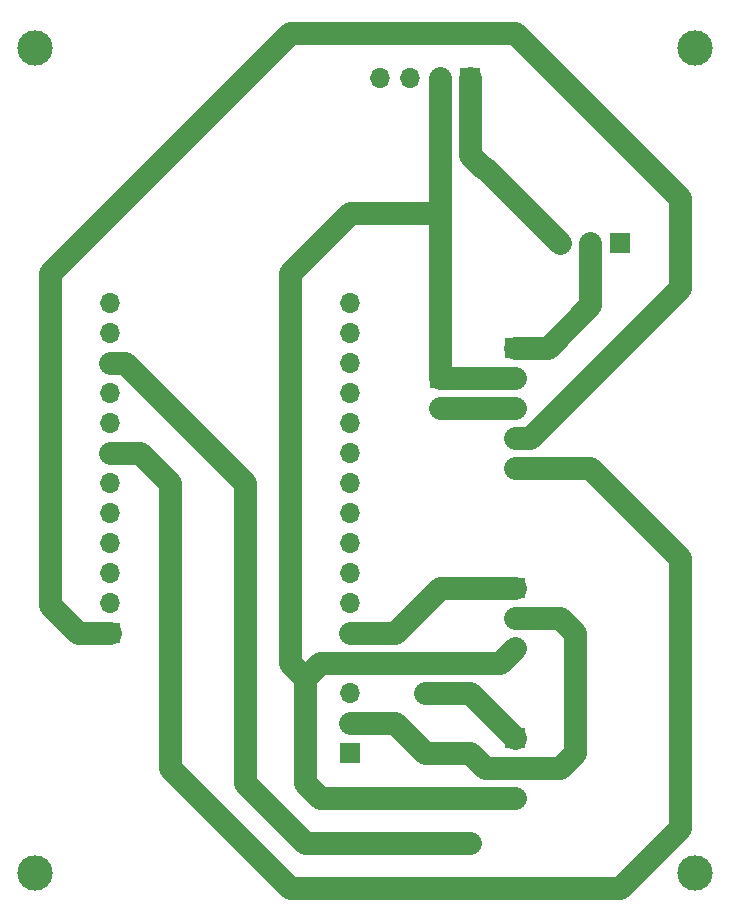
<source format=gbr>
G04 #@! TF.GenerationSoftware,KiCad,Pcbnew,5.0.2-bee76a0~70~ubuntu18.04.1*
G04 #@! TF.CreationDate,2019-07-26T15:06:13-04:00*
G04 #@! TF.ProjectId,knuth-gateway,6b6e7574-682d-4676-9174-657761792e6b,rev?*
G04 #@! TF.SameCoordinates,Original*
G04 #@! TF.FileFunction,Copper,L2,Bot*
G04 #@! TF.FilePolarity,Positive*
%FSLAX46Y46*%
G04 Gerber Fmt 4.6, Leading zero omitted, Abs format (unit mm)*
G04 Created by KiCad (PCBNEW 5.0.2-bee76a0~70~ubuntu18.04.1) date Fri 26 Jul 2019 03:06:13 PM EDT*
%MOMM*%
%LPD*%
G01*
G04 APERTURE LIST*
G04 #@! TA.AperFunction,ComponentPad*
%ADD10R,1.700000X1.700000*%
G04 #@! TD*
G04 #@! TA.AperFunction,ComponentPad*
%ADD11O,1.700000X1.700000*%
G04 #@! TD*
G04 #@! TA.AperFunction,ComponentPad*
%ADD12C,1.600000*%
G04 #@! TD*
G04 #@! TA.AperFunction,ComponentPad*
%ADD13O,1.600000X1.600000*%
G04 #@! TD*
G04 #@! TA.AperFunction,ViaPad*
%ADD14C,3.000000*%
G04 #@! TD*
G04 #@! TA.AperFunction,ViaPad*
%ADD15C,1.778000*%
G04 #@! TD*
G04 #@! TA.AperFunction,Conductor*
%ADD16C,1.905000*%
G04 #@! TD*
G04 APERTURE END LIST*
D10*
G04 #@! TO.P,R_Delay1,1*
G04 #@! TO.N,GND*
X246380000Y-81280000D03*
D11*
G04 #@! TO.P,R_Delay1,2*
G04 #@! TO.N,Net-(R_Delay1-Pad2)*
X246380000Y-83820000D03*
G04 #@! TD*
D10*
G04 #@! TO.P,U4,1*
G04 #@! TO.N,Net-(U4-Pad1)*
X252730000Y-78740000D03*
D11*
G04 #@! TO.P,U4,2*
G04 #@! TO.N,GND*
X252730000Y-81280000D03*
G04 #@! TO.P,U4,3*
G04 #@! TO.N,Net-(R_Delay1-Pad2)*
X252730000Y-83820000D03*
G04 #@! TO.P,U4,4*
G04 #@! TO.N,VBAT*
X252730000Y-86360000D03*
G04 #@! TO.P,U4,5*
G04 #@! TO.N,D10*
X252730000Y-88900000D03*
G04 #@! TD*
D10*
G04 #@! TO.P,U5,1*
G04 #@! TO.N,Net-(U5-Pad1)*
X248920000Y-55880000D03*
D11*
G04 #@! TO.P,U5,2*
G04 #@! TO.N,GND*
X246380000Y-55880000D03*
G04 #@! TO.P,U5,3*
G04 #@! TO.N,N/C*
X243840000Y-55880000D03*
G04 #@! TO.P,U5,4*
X241300000Y-55880000D03*
G04 #@! TD*
G04 #@! TO.P,1-Wire1,3*
G04 #@! TO.N,GND*
X252730000Y-116840000D03*
G04 #@! TO.P,1-Wire1,2*
G04 #@! TO.N,+3V3*
X252730000Y-114300000D03*
D10*
G04 #@! TO.P,1-Wire1,1*
G04 #@! TO.N,D5*
X252730000Y-111760000D03*
G04 #@! TD*
G04 #@! TO.P,EC-5,1*
G04 #@! TO.N,A0*
X252730000Y-99060000D03*
D11*
G04 #@! TO.P,EC-5,2*
G04 #@! TO.N,+3V3*
X252730000Y-101600000D03*
G04 #@! TO.P,EC-5,3*
G04 #@! TO.N,GND*
X252730000Y-104140000D03*
G04 #@! TD*
D10*
G04 #@! TO.P,J1,1*
G04 #@! TO.N,VBAT*
X218440000Y-102870000D03*
D11*
G04 #@! TO.P,J1,2*
G04 #@! TO.N,N/C*
X218440000Y-100330000D03*
G04 #@! TO.P,J1,3*
X218440000Y-97790000D03*
G04 #@! TO.P,J1,4*
X218440000Y-95250000D03*
G04 #@! TO.P,J1,5*
X218440000Y-92710000D03*
G04 #@! TO.P,J1,6*
X218440000Y-90170000D03*
G04 #@! TO.P,J1,7*
G04 #@! TO.N,D10*
X218440000Y-87630000D03*
G04 #@! TO.P,J1,8*
G04 #@! TO.N,N/C*
X218440000Y-85090000D03*
G04 #@! TO.P,J1,9*
X218440000Y-82550000D03*
G04 #@! TO.P,J1,10*
G04 #@! TO.N,D5*
X218440000Y-80010000D03*
G04 #@! TO.P,J1,11*
G04 #@! TO.N,N/C*
X218440000Y-77470000D03*
G04 #@! TO.P,J1,12*
X218440000Y-74930000D03*
G04 #@! TD*
D10*
G04 #@! TO.P,J2,1*
G04 #@! TO.N,N/C*
X238760000Y-113030000D03*
D11*
G04 #@! TO.P,J2,2*
G04 #@! TO.N,+3V3*
X238760000Y-110490000D03*
G04 #@! TO.P,J2,3*
G04 #@! TO.N,N/C*
X238760000Y-107950000D03*
G04 #@! TO.P,J2,4*
G04 #@! TO.N,GND*
X238760000Y-105410000D03*
G04 #@! TO.P,J2,5*
G04 #@! TO.N,A0*
X238760000Y-102870000D03*
G04 #@! TO.P,J2,6*
G04 #@! TO.N,N/C*
X238760000Y-100330000D03*
G04 #@! TO.P,J2,7*
X238760000Y-97790000D03*
G04 #@! TO.P,J2,8*
X238760000Y-95250000D03*
G04 #@! TO.P,J2,9*
X238760000Y-92710000D03*
G04 #@! TO.P,J2,10*
X238760000Y-90170000D03*
G04 #@! TO.P,J2,11*
X238760000Y-87630000D03*
G04 #@! TO.P,J2,12*
X238760000Y-85090000D03*
G04 #@! TO.P,J2,13*
X238760000Y-82550000D03*
G04 #@! TO.P,J2,14*
X238760000Y-80010000D03*
G04 #@! TO.P,J2,15*
X238760000Y-77470000D03*
G04 #@! TO.P,J2,16*
X238760000Y-74930000D03*
G04 #@! TD*
D10*
G04 #@! TO.P,switch1,1*
G04 #@! TO.N,N/C*
X261620000Y-69850000D03*
D11*
G04 #@! TO.P,switch1,2*
G04 #@! TO.N,Net-(U4-Pad1)*
X259080000Y-69850000D03*
G04 #@! TO.P,switch1,3*
G04 #@! TO.N,Net-(U5-Pad1)*
X256540000Y-69850000D03*
G04 #@! TD*
D12*
G04 #@! TO.P,R1,1*
G04 #@! TO.N,D5*
X245110000Y-107950000D03*
D13*
G04 #@! TO.P,R1,2*
G04 #@! TO.N,+3V3*
X245110000Y-113030000D03*
G04 #@! TD*
D14*
G04 #@! TO.N,*
X212090000Y-123190000D03*
X267970000Y-123190000D03*
X267970000Y-53340000D03*
X212090000Y-53340000D03*
D15*
G04 #@! TO.N,D5*
X248920000Y-120650000D03*
X248920000Y-107950000D03*
G04 #@! TD*
D16*
G04 #@! TO.N,GND*
X252730000Y-81280000D02*
X246380000Y-81280000D01*
X236220000Y-105410000D02*
X238760000Y-105410000D01*
X234950000Y-106680000D02*
X236220000Y-105410000D01*
X246380000Y-67310000D02*
X246380000Y-81280000D01*
X246380000Y-67310000D02*
X238760000Y-67310000D01*
X246380000Y-59690000D02*
X246380000Y-67310000D01*
X238760000Y-67310000D02*
X233680000Y-72390000D01*
X233680000Y-105410000D02*
X234950000Y-106680000D01*
X233680000Y-72390000D02*
X233680000Y-105410000D01*
X236220000Y-116840000D02*
X248920000Y-116840000D01*
X234950000Y-106680000D02*
X234950000Y-115570000D01*
X234950000Y-115570000D02*
X236220000Y-116840000D01*
X246380000Y-59690000D02*
X246380000Y-55880000D01*
X248920000Y-116840000D02*
X252730000Y-116840000D01*
X251460000Y-105410000D02*
X238760000Y-105410000D01*
X252730000Y-104140000D02*
X251460000Y-105410000D01*
G04 #@! TO.N,Net-(R_Delay1-Pad2)*
X252730000Y-83820000D02*
X246380000Y-83820000D01*
G04 #@! TO.N,+3V3*
X242570000Y-110490000D02*
X245110000Y-113030000D01*
X238760000Y-110490000D02*
X242570000Y-110490000D01*
X245110000Y-113030000D02*
X248920000Y-113030000D01*
X250190000Y-114300000D02*
X252730000Y-114300000D01*
X248920000Y-113030000D02*
X250190000Y-114300000D01*
X256540000Y-114300000D02*
X252730000Y-114300000D01*
X257810000Y-113030000D02*
X256540000Y-114300000D01*
X257810000Y-102870000D02*
X257810000Y-113030000D01*
X252730000Y-101600000D02*
X256540000Y-101600000D01*
X256540000Y-101600000D02*
X257810000Y-102870000D01*
G04 #@! TO.N,D5*
X218440000Y-80010000D02*
X219710000Y-80010000D01*
X219710000Y-80010000D02*
X229870000Y-90170000D01*
X229870000Y-90170000D02*
X229870000Y-115570000D01*
X229870000Y-115570000D02*
X234950000Y-120650000D01*
X234950000Y-120650000D02*
X247650000Y-120650000D01*
X247650000Y-120650000D02*
X248920000Y-120650000D01*
X252730000Y-111760000D02*
X248920000Y-107950000D01*
X248920000Y-107950000D02*
X245110000Y-107950000D01*
G04 #@! TO.N,A0*
X252730000Y-99060000D02*
X246380000Y-99060000D01*
X242570000Y-102870000D02*
X238760000Y-102870000D01*
X246380000Y-99060000D02*
X242570000Y-102870000D01*
G04 #@! TO.N,VBAT*
X252730000Y-86360000D02*
X254000000Y-86360000D01*
X254000000Y-86360000D02*
X266700000Y-73660000D01*
X266700000Y-73660000D02*
X266700000Y-68580000D01*
X266700000Y-66040000D02*
X266700000Y-68580000D01*
X215685000Y-102870000D02*
X213360000Y-100545000D01*
X218440000Y-102870000D02*
X215685000Y-102870000D01*
X213360000Y-72390000D02*
X233680000Y-52070000D01*
X252730000Y-52070000D02*
X266700000Y-66040000D01*
X213360000Y-100545000D02*
X213360000Y-72390000D01*
X233680000Y-52070000D02*
X252730000Y-52070000D01*
G04 #@! TO.N,D10*
X223520000Y-90170000D02*
X220980000Y-87630000D01*
X220980000Y-87630000D02*
X218440000Y-87630000D01*
X233680000Y-124460000D02*
X223520000Y-114300000D01*
X223520000Y-114300000D02*
X223520000Y-90170000D01*
X252730000Y-88900000D02*
X259080000Y-88900000D01*
X259080000Y-88900000D02*
X266700000Y-96520000D01*
X266700000Y-96520000D02*
X266700000Y-119380000D01*
X261620000Y-124460000D02*
X248920000Y-124460000D01*
X266700000Y-119380000D02*
X261620000Y-124460000D01*
X250190000Y-124460000D02*
X248920000Y-124460000D01*
X248920000Y-124460000D02*
X233680000Y-124460000D01*
G04 #@! TO.N,Net-(U4-Pad1)*
X255485000Y-78740000D02*
X252730000Y-78740000D01*
X259080000Y-75145000D02*
X255485000Y-78740000D01*
X259080000Y-69850000D02*
X259080000Y-75145000D01*
G04 #@! TO.N,Net-(U5-Pad1)*
X249975000Y-63500000D02*
X248920000Y-62445000D01*
X248920000Y-62445000D02*
X248920000Y-59690000D01*
X250190000Y-63500000D02*
X249975000Y-63500000D01*
X256540000Y-69850000D02*
X250190000Y-63500000D01*
X248920000Y-59690000D02*
X248920000Y-55880000D01*
G04 #@! TD*
M02*

</source>
